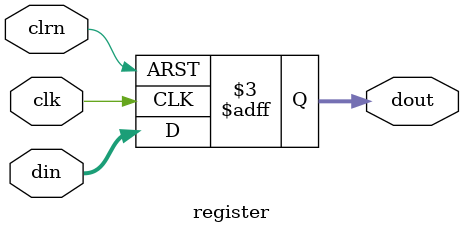
<source format=v>
module register(clk,clrn,din,dout);
input clk,clrn;
input [7:0] din;
output [7:0] dout;
reg [7:0] dout;
always @ (posedge clk or negedge clrn)
if (clrn==0)
begin
dout<=8'd0;
end
else begin
dout<=din;
end
endmodule

</source>
